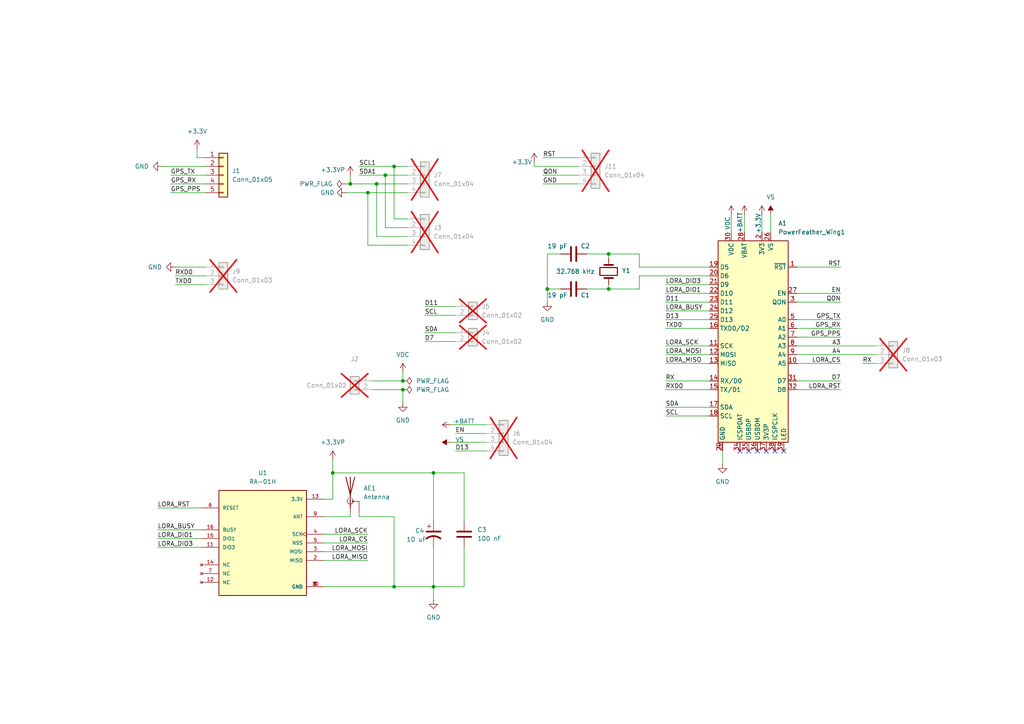
<source format=kicad_sch>
(kicad_sch (version 20231120) (generator "eeschema") (generator_version "8.0")
  (paper "A4")
  (lib_symbols
    (symbol "Connector_Generic:Conn_01x02" (pin_names (offset 1.016) hide)
      (property "Reference" "J" (at 0 2.54 0))
      (property "Value" "Conn_01x02" (at 0 -5.08 0))
      (symbol "Conn_01x02_1_1"
        (rectangle (start -1.27 -2.413) (end 0 -2.667) (stroke (width 0.1524)))
        (rectangle (start -1.27 0.127) (end 0 -0.127) (stroke (width 0.1524)))
        (rectangle (start -1.27 1.27) (end 1.27 -3.81) (stroke (width 0.254)) (fill (type background)))
        (pin passive line (at -5.08 0 0) (length 3.81) (name "Pin_1") (number "1"))
        (pin passive line (at -5.08 -2.54 0) (length 3.81) (name "Pin_2") (number "2"))
      )
    )
    (symbol "Connector_Generic:Conn_01x03" (pin_names (offset 1.016) hide)
      (property "Reference" "J" (at 0 5.08 0))
      (property "Value" "Conn_01x03" (at 0 -5.08 0))
      (symbol "Conn_01x03_1_1"
        (rectangle (start -1.27 -2.413) (end 0 -2.667) (stroke (width 0.1524)))
        (rectangle (start -1.27 0.127) (end 0 -0.127) (stroke (width 0.1524)))
        (rectangle (start -1.27 2.667) (end 0 2.413) (stroke (width 0.1524)))
        (rectangle (start -1.27 3.81) (end 1.27 -3.81) (stroke (width 0.254)) (fill (type background)))
        (pin passive line (at -5.08 2.54 0) (length 3.81) (name "Pin_1") (number "1"))
        (pin passive line (at -5.08 0 0) (length 3.81) (name "Pin_2") (number "2"))
        (pin passive line (at -5.08 -2.54 0) (length 3.81) (name "Pin_3") (number "3"))
      )
    )
    (symbol "Connector_Generic:Conn_01x04" (pin_names (offset 1.016) hide)
      (property "Reference" "J" (at 0 5.08 0))
      (property "Value" "Conn_01x04" (at 0 -7.62 0))
      (symbol "Conn_01x04_1_1"
        (rectangle (start -1.27 -4.953) (end 0 -5.207) (stroke (width 0.1524)))
        (rectangle (start -1.27 -2.413) (end 0 -2.667) (stroke (width 0.1524)))
        (rectangle (start -1.27 0.127) (end 0 -0.127) (stroke (width 0.1524)))
        (rectangle (start -1.27 2.667) (end 0 2.413) (stroke (width 0.1524)))
        (rectangle (start -1.27 3.81) (end 1.27 -6.35) (stroke (width 0.254)) (fill (type background)))
        (pin passive line (at -5.08 2.54 0) (length 3.81) (name "Pin_1") (number "1"))
        (pin passive line (at -5.08 0 0) (length 3.81) (name "Pin_2") (number "2"))
        (pin passive line (at -5.08 -2.54 0) (length 3.81) (name "Pin_3") (number "3"))
        (pin passive line (at -5.08 -5.08 0) (length 3.81) (name "Pin_4") (number "4"))
      )
    )
    (symbol "Connector_Generic:Conn_01x05" (pin_names (offset 1.016) hide)
      (property "Reference" "J" (at 0 7.62 0))
      (property "Value" "Conn_01x05" (at 0 -7.62 0))
      (symbol "Conn_01x05_1_1"
        (rectangle (start -1.27 -4.953) (end 0 -5.207) (stroke (width 0.1524)))
        (rectangle (start -1.27 -2.413) (end 0 -2.667) (stroke (width 0.1524)))
        (rectangle (start -1.27 0.127) (end 0 -0.127) (stroke (width 0.1524)))
        (rectangle (start -1.27 2.667) (end 0 2.413) (stroke (width 0.1524)))
        (rectangle (start -1.27 5.207) (end 0 4.953) (stroke (width 0.1524)))
        (rectangle (start -1.27 6.35) (end 1.27 -6.35) (stroke (width 0.254)) (fill (type background)))
        (pin passive line (at -5.08 5.08 0) (length 3.81) (name "Pin_1") (number "1"))
        (pin passive line (at -5.08 2.54 0) (length 3.81) (name "Pin_2") (number "2"))
        (pin passive line (at -5.08 0 0) (length 3.81) (name "Pin_3") (number "3"))
        (pin passive line (at -5.08 -2.54 0) (length 3.81) (name "Pin_4") (number "4"))
        (pin passive line (at -5.08 -5.08 0) (length 3.81) (name "Pin_5") (number "5"))
      )
    )
    (symbol "Device:Antenna_Shield" (pin_numbers hide) (pin_names (offset 1.016) hide)
      (property "Reference" "AE" (at -1.905 4.445 0))
      (property "Value" "Antenna_Shield" (at -1.905 2.54 0))
      (symbol "Antenna_Shield_0_1"
        (arc (start -0.508 -1.143) (mid -0.8429 -2.1194) (end 0 -2.667))
        (arc (start 0 -2.667) (mid 0.7989 -2.1052) (end 0.508 -1.143))
        (polyline (pts (xy 0 -2.54) (xy 0 0)))
        (polyline (pts (xy 0 5.08) (xy 0 -3.81)) (stroke (width 0.254)))
        (polyline (pts (xy 0.762 -1.905) (xy 2.54 -1.905)))
        (polyline (pts (xy 2.54 -2.54) (xy 2.54 -1.905)))
        (polyline (pts (xy 1.27 5.08) (xy 0 0) (xy -1.27 5.08)) (stroke (width 0.254)))
        (circle (center 0.762 -1.905) (radius 0.1778) (fill (type outline)))
      )
      (symbol "Antenna_Shield_1_1"
        (pin input line (at 0 -5.08 90) (length 2.54) (name "A") (number "1"))
        (pin input line (at 2.54 -5.08 90) (length 2.54) (name "Shield") (number "2"))
      )
    )
    (symbol "Device:C" (pin_numbers hide) (pin_names (offset 0.254))
      (property "Reference" "C" (at 0.635 2.54 0))
      (property "Value" "C" (at 0.635 -2.54 0))
      (symbol "C_0_1"
        (polyline (pts (xy -2.032 -0.762) (xy 2.032 -0.762)) (stroke (width 0.508)))
        (polyline (pts (xy -2.032 0.762) (xy 2.032 0.762)) (stroke (width 0.508)))
      )
      (symbol "C_1_1"
        (pin passive line (at 0 3.81 270) (length 2.794) (name "~") (number "1"))
        (pin passive line (at 0 -3.81 90) (length 2.794) (name "~") (number "2"))
      )
    )
    (symbol "Device:C_Polarized_US" (pin_numbers hide) (pin_names (offset 0.254) hide)
      (property "Reference" "C" (at 0.635 2.54 0))
      (property "Value" "C_Polarized_US" (at 0.635 -2.54 0))
      (symbol "C_Polarized_US_0_1"
        (polyline (pts (xy -2.032 0.762) (xy 2.032 0.762)) (stroke (width 0.508)))
        (polyline (pts (xy -1.778 2.286) (xy -0.762 2.286)))
        (polyline (pts (xy -1.27 1.778) (xy -1.27 2.794)))
        (arc (start 2.032 -1.27) (mid 0 -0.5572) (end -2.032 -1.27) (stroke (width 0.508)))
      )
      (symbol "C_Polarized_US_1_1"
        (pin passive line (at 0 3.81 270) (length 2.794) (name "~") (number "1"))
        (pin passive line (at 0 -3.81 90) (length 3.302) (name "~") (number "2"))
      )
    )
    (symbol "Device:Crystal" (pin_numbers hide) (pin_names (offset 1.016) hide)
      (property "Reference" "Y" (at 0 3.81 0))
      (property "Value" "Crystal" (at 0 -3.81 0))
      (symbol "Crystal_0_1"
        (rectangle (start -1.143 2.54) (end 1.143 -2.54) (stroke (width 0.3048)))
        (polyline (pts (xy -2.54 0) (xy -1.905 0)))
        (polyline (pts (xy -1.905 -1.27) (xy -1.905 1.27)) (stroke (width 0.508)))
        (polyline (pts (xy 1.905 -1.27) (xy 1.905 1.27)) (stroke (width 0.508)))
        (polyline (pts (xy 2.54 0) (xy 1.905 0)))
      )
      (symbol "Crystal_1_1"
        (pin passive line (at -3.81 0 0) (length 1.27) (name "1") (number "1"))
        (pin passive line (at 3.81 0 180) (length 1.27) (name "2") (number "2"))
      )
    )
    (symbol "PowerFeather:PowerFeather_Wing1"
      (property "Reference" "A" (at -10.16 29.21 0))
      (property "Value" "PowerFeather_Wing1" (at -7.62 33.02 0))
      (symbol "PowerFeather_Wing1_0_1"
        (rectangle (start -10.16 27.94) (end 10.16 -30.48) (stroke (width 0.254)) (fill (type background)))
      )
      (symbol "PowerFeather_Wing1_1_1"
        (pin input line (at 12.7 20.32 180) (length 2.54) (name "~{RST}") (number "1"))
        (pin bidirectional line (at 12.7 -7.62 180) (length 2.54) (name "A5") (number "10"))
        (pin bidirectional line (at -12.7 -2.54 0) (length 2.54) (name "SCK") (number "11"))
        (pin bidirectional line (at -12.7 -5.08 0) (length 2.54) (name "MOSI") (number "12"))
        (pin bidirectional line (at -12.7 -7.62 0) (length 2.54) (name "MISO") (number "13"))
        (pin bidirectional line (at -12.7 -12.7 0) (length 2.54) (name "RX/D0") (number "14"))
        (pin bidirectional line (at -12.7 -15.24 0) (length 2.54) (name "TX/D1") (number "15"))
        (pin free line (at -12.7 2.54 0) (length 2.54) (name "TXD0/D2") (number "16"))
        (pin bidirectional line (at -12.7 -20.32 0) (length 2.54) (name "SDA") (number "17"))
        (pin bidirectional line (at -12.7 -22.86 0) (length 2.54) (name "SCL") (number "18"))
        (pin bidirectional line (at -12.7 20.32 0) (length 2.54) (name "D5") (number "19"))
        (pin power_out line (at 2.54 30.48 270) (length 2.54) (name "3V3") (number "2"))
        (pin bidirectional line (at -12.7 17.78 0) (length 2.54) (name "D6") (number "20"))
        (pin bidirectional line (at -12.7 15.24 0) (length 2.54) (name "D9") (number "21"))
        (pin bidirectional line (at -12.7 12.7 0) (length 2.54) (name "D10") (number "22"))
        (pin bidirectional line (at -12.7 10.16 0) (length 2.54) (name "D11") (number "23"))
        (pin bidirectional line (at -12.7 7.62 0) (length 2.54) (name "D12") (number "24"))
        (pin bidirectional line (at -12.7 5.08 0) (length 2.54) (name "D13") (number "25"))
        (pin power_out line (at 5.08 30.48 270) (length 2.54) (name "VS") (number "26"))
        (pin input line (at 12.7 12.7 180) (length 2.54) (name "EN") (number "27"))
        (pin power_out line (at -2.54 30.48 270) (length 2.54) (name "VBAT") (number "28"))
        (pin power_in line (at -8.89 -33.02 90) (length 2.54) (name "GND") (number "29"))
        (pin output line (at 12.7 10.16 180) (length 2.54) (name "QON") (number "3"))
        (pin power_in line (at -6.35 30.48 270) (length 2.54) (name "VDC") (number "30"))
        (pin bidirectional line (at 12.7 -12.7 180) (length 2.54) (name "D7") (number "31"))
        (pin bidirectional line (at 12.7 -15.24 180) (length 2.54) (name "D8") (number "32"))
        (pin bidirectional line (at -3.81 -33.02 90) (length 2.54) (name "ICSPDAT") (number "34"))
        (pin bidirectional line (at -1.27 -33.02 90) (length 2.54) (name "USBDP") (number "35"))
        (pin bidirectional line (at 1.27 -33.02 90) (length 2.54) (name "USBDM") (number "36"))
        (pin power_in line (at 3.81 -33.02 90) (length 2.54) (name "3V3P") (number "37"))
        (pin bidirectional line (at 6.35 -33.02 90) (length 2.54) (name "ICSPCLK") (number "38"))
        (pin bidirectional line (at 8.89 -33.02 90) (length 2.54) (name "LED") (number "39"))
        (pin power_in line (at -8.89 -33.02 90) (length 2.54) (name "GND") (number "4"))
        (pin bidirectional line (at 12.7 5.08 180) (length 2.54) (name "A0") (number "5"))
        (pin bidirectional line (at 12.7 2.54 180) (length 2.54) (name "A1") (number "6"))
        (pin bidirectional line (at 12.7 0 180) (length 2.54) (name "A2") (number "7"))
        (pin bidirectional line (at 12.7 -2.54 180) (length 2.54) (name "A3") (number "8"))
        (pin bidirectional line (at 12.7 -5.08 180) (length 2.54) (name "A4") (number "9"))
      )
    )
    (symbol "PowerFeather_LoRa:Lora126X" (pin_names (offset 1.016))
      (property "Reference" "U" (at -12.7 16.256 0))
      (property "Value" "RA-01H" (at -12.7 -17.78 0))
      (symbol "Lora126X_0_0"
        (rectangle (start -12.7 -15.24) (end 12.7 15.24) (stroke (width 0.254)) (fill (type background)))
      )
      (symbol "Lora126X_1_0"
        (pin power_in line (at 17.78 -12.7 180) (length 5.08) (name "GND") (number "1"))
        (pin power_in line (at 17.78 -12.7 180) (length 5.08) (name "GND") (number "10"))
        (pin bidirectional line (at -17.78 -1.27 0) (length 5.08) (name "DIO3") (number "11"))
        (pin no_connect line (at -17.78 -11.43 0) (length 5.08) (name "NC") (number "12"))
        (pin power_in line (at 17.78 12.7 180) (length 5.08) (name "3.3V") (number "13"))
        (pin no_connect line (at -17.78 -6.35 0) (length 5.08) (name "NC") (number "14"))
        (pin bidirectional line (at -17.78 1.27 0) (length 5.08) (name "DIO1") (number "15"))
        (pin bidirectional line (at -17.78 3.81 0) (length 5.08) (name "BUSY") (number "16"))
        (pin output line (at 17.78 -5.08 180) (length 5.08) (name "MISO") (number "2"))
        (pin input line (at 17.78 -2.54 180) (length 5.08) (name "MOSI") (number "3"))
        (pin input clock (at 17.78 2.54 180) (length 5.08) (name "SCK") (number "4"))
        (pin input line (at 17.78 0 180) (length 5.08) (name "NSS") (number "5"))
        (pin input line (at -17.78 10.16 0) (length 5.08) (name "RESET") (number "6"))
        (pin no_connect line (at -17.78 -8.89 0) (length 5.08) (name "NC") (number "7"))
        (pin power_in line (at 17.78 -12.7 180) (length 5.08) (name "GND") (number "8"))
        (pin bidirectional line (at 17.78 7.62 180) (length 5.08) (name "ANT") (number "9"))
      )
    )
    (symbol "power:+3.3V" (power) (pin_numbers hide) (pin_names (offset 0) hide)
      (property "Value" "+3.3V" (at 0 3.556 0))
      (symbol "+3.3V_0_1"
        (polyline (pts (xy -0.762 1.27) (xy 0 2.54)))
        (polyline (pts (xy 0 0) (xy 0 2.54)))
        (polyline (pts (xy 0 2.54) (xy 0.762 1.27)))
      )
      (symbol "+3.3V_1_1"
        (pin power_in line (at 0 0 90) (length 0) (name "~") (number "1"))
      )
    )
    (symbol "power:+3.3VP" (power) (pin_numbers hide) (pin_names (offset 0) hide)
      (property "Value" "+3.3VP" (at 0 3.556 0))
      (symbol "+3.3VP_0_0"
        (pin power_in line (at 0 0 90) (length 0) (name "~") (number "1"))
      )
      (symbol "+3.3VP_0_1"
        (polyline (pts (xy -0.762 1.27) (xy 0 2.54)))
        (polyline (pts (xy 0 0) (xy 0 2.54)))
        (polyline (pts (xy 0 2.54) (xy 0.762 1.27)))
      )
    )
    (symbol "power:+BATT" (power) (pin_numbers hide) (pin_names (offset 0) hide)
      (property "Value" "+BATT" (at 0 3.556 0))
      (symbol "+BATT_0_1"
        (polyline (pts (xy -0.762 1.27) (xy 0 2.54)))
        (polyline (pts (xy 0 0) (xy 0 2.54)))
        (polyline (pts (xy 0 2.54) (xy 0.762 1.27)))
      )
      (symbol "+BATT_1_1"
        (pin power_in line (at 0 0 90) (length 0) (name "~") (number "1"))
      )
    )
    (symbol "power:GND" (power) (pin_numbers hide) (pin_names (offset 0) hide)
      (property "Value" "GND" (at 0 -3.81 0))
      (symbol "GND_0_1"
        (polyline (pts (xy 0 0) (xy 0 -1.27) (xy 1.27 -1.27) (xy 0 -2.54) (xy -1.27 -1.27) (xy 0 -1.27)))
      )
      (symbol "GND_1_1"
        (pin power_in line (at 0 0 270) (length 0) (name "~") (number "1"))
      )
    )
    (symbol "power:PWR_FLAG" (power) (pin_numbers hide) (pin_names (offset 0) hide)
      (property "Value" "PWR_FLAG" (at 0 3.81 0))
      (symbol "PWR_FLAG_0_0"
        (pin power_out line (at 0 0 90) (length 0) (name "~") (number "1"))
      )
      (symbol "PWR_FLAG_0_1"
        (polyline (pts (xy 0 0) (xy 0 1.27) (xy -1.016 1.905) (xy 0 2.54) (xy 1.016 1.905) (xy 0 1.27)))
      )
    )
    (symbol "power:VDC" (power) (pin_numbers hide) (pin_names (offset 0) hide)
      (property "Value" "VDC" (at 0 3.556 0))
      (symbol "VDC_0_1"
        (polyline (pts (xy -0.762 1.27) (xy 0 2.54)))
        (polyline (pts (xy 0 0) (xy 0 2.54)))
        (polyline (pts (xy 0 2.54) (xy 0.762 1.27)))
      )
      (symbol "VDC_1_1"
        (pin power_in line (at 0 0 90) (length 0) (name "~") (number "1"))
      )
    )
    (symbol "power:VS" (power) (pin_numbers hide) (pin_names (offset 0) hide)
      (property "Value" "VS" (at 0 3.556 0))
      (symbol "VS_0_1"
        (polyline (pts (xy 0 0) (xy 0 2.54)))
        (polyline (pts (xy 0.762 1.27) (xy -0.762 1.27) (xy 0 2.54) (xy 0.762 1.27)) (fill (type outline)))
      )
      (symbol "VS_1_1"
        (pin power_in line (at 0 0 90) (length 0) (name "~") (number "1"))
      )
    )
  )
  (junction (at 176.53 83.82))
  (junction (at 116.84 113.03))
  (junction (at 106.68 55.88))
  (junction (at 114.3 48.26))
  (junction (at 116.84 110.49))
  (junction (at 109.22 53.34))
  (junction (at 96.52 137.16))
  (junction (at 158.75 83.82))
  (junction (at 114.3 170.18))
  (junction (at 125.73 170.18))
  (junction (at 111.76 50.8))
  (junction (at 101.6 53.34))
  (junction (at 125.73 137.16))
  (junction (at 176.53 73.66))
  (no_connect (at 224.79 130.81))
  (no_connect (at 214.63 130.81))
  (no_connect (at 219.71 130.81))
  (no_connect (at 217.17 130.81))
  (no_connect (at 227.33 130.81))
  (no_connect (at 222.25 130.81))
  (wire (pts (xy 106.68 160.02) (xy 93.98 160.02)))
  (wire (pts (xy 132.08 130.81) (xy 140.97 130.81)))
  (wire (pts (xy 176.53 73.66) (xy 170.18 73.66)))
  (wire (pts (xy 106.68 55.88) (xy 118.11 55.88)))
  (wire (pts (xy 176.53 83.82) (xy 185.42 83.82)))
  (wire (pts (xy 158.75 83.82) (xy 158.75 73.66)))
  (wire (pts (xy 104.14 149.86) (xy 114.3 149.86)))
  (wire (pts (xy 162.56 83.82) (xy 158.75 83.82)))
  (wire (pts (xy 123.19 88.9) (xy 132.08 88.9)))
  (wire (pts (xy 93.98 149.86) (xy 101.6 149.86)))
  (wire (pts (xy 185.42 73.66) (xy 185.42 77.47)))
  (wire (pts (xy 59.69 45.72) (xy 57.15 45.72)))
  (wire (pts (xy 116.84 113.03) (xy 107.95 113.03)))
  (wire (pts (xy 176.53 74.93) (xy 176.53 73.66)))
  (wire (pts (xy 158.75 73.66) (xy 162.56 73.66)))
  (wire (pts (xy 215.9 62.23) (xy 215.9 67.31)))
  (wire (pts (xy 193.04 95.25) (xy 205.74 95.25)))
  (wire (pts (xy 123.19 96.52) (xy 132.08 96.52)))
  (wire (pts (xy 104.14 148.59) (xy 104.14 149.86)))
  (wire (pts (xy 243.84 77.47) (xy 231.14 77.47)))
  (wire (pts (xy 123.19 99.06) (xy 132.08 99.06)))
  (wire (pts (xy 193.04 100.33) (xy 205.74 100.33)))
  (wire (pts (xy 193.04 92.71) (xy 205.74 92.71)))
  (wire (pts (xy 106.68 55.88) (xy 106.68 71.12)))
  (wire (pts (xy 116.84 113.03) (xy 116.84 116.84)))
  (wire (pts (xy 185.42 77.47) (xy 205.74 77.47)))
  (wire (pts (xy 157.48 53.34) (xy 167.64 53.34)))
  (wire (pts (xy 49.53 53.34) (xy 59.69 53.34)))
  (wire (pts (xy 158.75 83.82) (xy 158.75 87.63)))
  (wire (pts (xy 109.22 53.34) (xy 118.11 53.34)))
  (wire (pts (xy 193.04 82.55) (xy 205.74 82.55)))
  (wire (pts (xy 125.73 137.16) (xy 125.73 151.13)))
  (wire (pts (xy 96.52 133.35) (xy 96.52 137.16)))
  (wire (pts (xy 212.09 62.23) (xy 212.09 67.31)))
  (wire (pts (xy 50.8 80.01) (xy 59.69 80.01)))
  (wire (pts (xy 125.73 170.18) (xy 125.73 173.99)))
  (wire (pts (xy 193.04 113.03) (xy 205.74 113.03)))
  (wire (pts (xy 193.04 87.63) (xy 205.74 87.63)))
  (wire (pts (xy 49.53 55.88) (xy 59.69 55.88)))
  (wire (pts (xy 134.62 170.18) (xy 125.73 170.18)))
  (wire (pts (xy 193.04 85.09) (xy 205.74 85.09)))
  (wire (pts (xy 193.04 102.87) (xy 205.74 102.87)))
  (wire (pts (xy 243.84 113.03) (xy 231.14 113.03)))
  (wire (pts (xy 243.84 97.79) (xy 231.14 97.79)))
  (wire (pts (xy 154.94 48.26) (xy 154.94 46.99)))
  (wire (pts (xy 111.76 50.8) (xy 111.76 66.04)))
  (wire (pts (xy 116.84 110.49) (xy 107.95 110.49)))
  (wire (pts (xy 93.98 144.78) (xy 96.52 144.78)))
  (wire (pts (xy 223.52 62.23) (xy 223.52 67.31)))
  (wire (pts (xy 101.6 50.8) (xy 101.6 53.34)))
  (wire (pts (xy 45.72 147.32) (xy 58.42 147.32)))
  (wire (pts (xy 100.33 55.88) (xy 106.68 55.88)))
  (wire (pts (xy 243.84 87.63) (xy 231.14 87.63)))
  (wire (pts (xy 45.72 156.21) (xy 58.42 156.21)))
  (wire (pts (xy 57.15 43.18) (xy 57.15 45.72)))
  (wire (pts (xy 130.81 128.27) (xy 140.97 128.27)))
  (wire (pts (xy 93.98 170.18) (xy 114.3 170.18)))
  (wire (pts (xy 193.04 118.11) (xy 205.74 118.11)))
  (wire (pts (xy 185.42 80.01) (xy 185.42 83.82)))
  (wire (pts (xy 243.84 85.09) (xy 231.14 85.09)))
  (wire (pts (xy 114.3 48.26) (xy 114.3 63.5)))
  (wire (pts (xy 123.19 91.44) (xy 132.08 91.44)))
  (wire (pts (xy 154.94 48.26) (xy 167.64 48.26)))
  (wire (pts (xy 118.11 63.5) (xy 114.3 63.5)))
  (wire (pts (xy 193.04 105.41) (xy 205.74 105.41)))
  (wire (pts (xy 116.84 107.95) (xy 116.84 110.49)))
  (wire (pts (xy 45.72 153.67) (xy 58.42 153.67)))
  (wire (pts (xy 157.48 50.8) (xy 167.64 50.8)))
  (wire (pts (xy 118.11 66.04) (xy 111.76 66.04)))
  (wire (pts (xy 50.8 82.55) (xy 59.69 82.55)))
  (wire (pts (xy 220.98 62.23) (xy 220.98 67.31)))
  (wire (pts (xy 243.84 92.71) (xy 231.14 92.71)))
  (wire (pts (xy 106.68 162.56) (xy 93.98 162.56)))
  (wire (pts (xy 106.68 154.94) (xy 93.98 154.94)))
  (wire (pts (xy 100.33 53.34) (xy 101.6 53.34)))
  (wire (pts (xy 176.53 83.82) (xy 170.18 83.82)))
  (wire (pts (xy 106.68 157.48) (xy 93.98 157.48)))
  (wire (pts (xy 134.62 137.16) (xy 125.73 137.16)))
  (wire (pts (xy 118.11 71.12) (xy 106.68 71.12)))
  (wire (pts (xy 104.14 50.8) (xy 111.76 50.8)))
  (wire (pts (xy 157.48 45.72) (xy 167.64 45.72)))
  (wire (pts (xy 193.04 110.49) (xy 205.74 110.49)))
  (wire (pts (xy 104.14 48.26) (xy 114.3 48.26)))
  (wire (pts (xy 111.76 50.8) (xy 118.11 50.8)))
  (wire (pts (xy 118.11 68.58) (xy 109.22 68.58)))
  (wire (pts (xy 243.84 105.41) (xy 231.14 105.41)))
  (wire (pts (xy 114.3 48.26) (xy 118.11 48.26)))
  (wire (pts (xy 250.19 105.41) (xy 254 105.41)))
  (wire (pts (xy 109.22 53.34) (xy 109.22 68.58)))
  (wire (pts (xy 231.14 100.33) (xy 254 100.33)))
  (wire (pts (xy 134.62 151.13) (xy 134.62 137.16)))
  (wire (pts (xy 193.04 90.17) (xy 205.74 90.17)))
  (wire (pts (xy 50.8 77.47) (xy 59.69 77.47)))
  (wire (pts (xy 130.81 123.19) (xy 140.97 123.19)))
  (wire (pts (xy 243.84 110.49) (xy 231.14 110.49)))
  (wire (pts (xy 209.55 130.81) (xy 209.55 134.62)))
  (wire (pts (xy 134.62 158.75) (xy 134.62 170.18)))
  (wire (pts (xy 231.14 95.25) (xy 243.84 95.25)))
  (wire (pts (xy 132.08 125.73) (xy 140.97 125.73)))
  (wire (pts (xy 101.6 53.34) (xy 109.22 53.34)))
  (wire (pts (xy 193.04 120.65) (xy 205.74 120.65)))
  (wire (pts (xy 96.52 137.16) (xy 125.73 137.16)))
  (wire (pts (xy 114.3 149.86) (xy 114.3 170.18)))
  (wire (pts (xy 49.53 50.8) (xy 59.69 50.8)))
  (wire (pts (xy 205.74 80.01) (xy 185.42 80.01)))
  (wire (pts (xy 45.72 158.75) (xy 58.42 158.75)))
  (wire (pts (xy 176.53 73.66) (xy 185.42 73.66)))
  (wire (pts (xy 114.3 170.18) (xy 125.73 170.18)))
  (wire (pts (xy 46.99 48.26) (xy 59.69 48.26)))
  (wire (pts (xy 231.14 102.87) (xy 254 102.87)))
  (wire (pts (xy 176.53 82.55) (xy 176.53 83.82)))
  (wire (pts (xy 101.6 148.59) (xy 101.6 149.86)))
  (wire (pts (xy 125.73 158.75) (xy 125.73 170.18)))
  (wire (pts (xy 96.52 137.16) (xy 96.52 144.78)))
  (label "QON" (at 157.48 50.8 0))
  (label "RX" (at 193.04 110.49 0))
  (label "LORA_DIO1" (at 193.04 85.09 0))
  (label "LORA_SCK" (at 193.04 100.33 0))
  (label "GPS_TX" (at 243.84 92.71 180))
  (label "GPS_PPS" (at 49.53 55.88 0))
  (label "D13" (at 193.04 92.71 0))
  (label "GPS_RX" (at 49.53 53.34 0))
  (label "LORA_CS" (at 106.68 157.48 180))
  (label "SDA" (at 193.04 118.11 0))
  (label "LORA_RST" (at 45.72 147.32 0))
  (label "D7" (at 243.84 110.49 180))
  (label "GND" (at 157.48 53.34 0))
  (label "EN" (at 132.08 125.73 0))
  (label "TXD0" (at 193.04 95.25 0))
  (label "D11" (at 193.04 87.63 0))
  (label "SDA" (at 123.19 96.52 0))
  (label "D13" (at 132.08 130.81 0))
  (label "RXD0" (at 193.04 113.03 0))
  (label "GPS_RX" (at 243.84 95.25 180))
  (label "LORA_MOSI" (at 193.04 102.87 0))
  (label "A4" (at 243.84 102.87 180))
  (label "LORA_BUSY" (at 45.72 153.67 0))
  (label "LORA_SCK" (at 106.68 154.94 180))
  (label "SCL" (at 193.04 120.65 0))
  (label "GPS_TX" (at 49.53 50.8 0))
  (label "A3" (at 243.84 100.33 180))
  (label "LORA_MOSI" (at 106.68 160.02 180))
  (label "D7" (at 123.19 99.06 0))
  (label "LORA_DIO1" (at 45.72 156.21 0))
  (label "GPS_PPS" (at 243.84 97.79 180))
  (label "TXD0" (at 50.8 82.55 0))
  (label "D11" (at 123.19 88.9 0))
  (label "SDA1" (at 104.14 50.8 0))
  (label "LORA_DIO3" (at 45.72 158.75 0))
  (label "RST" (at 243.84 77.47 180))
  (label "RXD0" (at 50.8 80.01 0))
  (label "SCL" (at 123.19 91.44 0))
  (label "LORA_MISO" (at 193.04 105.41 0))
  (label "LORA_RST" (at 243.84 113.03 180))
  (label "EN" (at 243.84 85.09 180))
  (label "QON" (at 243.84 87.63 180))
  (label "SCL1" (at 104.14 48.26 0))
  (label "RST" (at 157.48 45.72 0))
  (label "LORA_MISO" (at 106.68 162.56 180))
  (label "LORA_CS" (at 243.84 105.41 180))
  (label "LORA_BUSY" (at 193.04 90.17 0))
  (label "RX" (at 250.19 105.41 0))
  (label "LORA_DIO3" (at 193.04 82.55 0))
  (symbol (lib_id "power:+BATT") (at 215.9 62.23 0) (unit 1)
    (property "Reference" "#PWR06" (effects (hide yes)))
    (property "Value" "+BATT" (at 214.63 64.516 90))
    (property "Description" "Power symbol creates a global label with name \"+BATT\"" (effects (hide yes)))
  )
  (symbol (lib_id "Connector_Generic:Conn_01x04") (at 146.05 125.73 0) (unit 1) (dnp yes)
    (property "Reference" "J6" (at 148.59 125.7299 0) (effects (justify left)))
    (property "Value" "Conn_01x04" (at 148.59 128.2699 0) (effects (justify left)))
    (property "Footprint" "Connector_PinHeader_2.54mm:PinHeader_1x04_P2.54mm_Vertical" (effects (hide yes)))
    (property "Description" "Generic connector, single row, 01x04, script generated (kicad-library-utils/schlib/autogen/connector/)" (effects (hide yes)))
  )
  (symbol (lib_id "power:VS") (at 223.52 62.23 0) (unit 1)
    (property "Reference" "#PWR022" (effects (hide yes)))
    (property "Value" "VS" (at 223.52 57.15 0))
    (property "Description" "Power symbol creates a global label with name \"VS\"" (effects (hide yes)))
  )
  (symbol (lib_id "power:GND") (at 158.75 87.63 0) (mirror y) (unit 1)
    (property "Reference" "#PWR02" (effects (hide yes)))
    (property "Value" "GND" (at 158.75 92.71 0))
    (property "Description" "Power symbol creates a global label with name \"GND\" , ground" (effects (hide yes)))
  )
  (symbol (lib_id "power:GND") (at 50.8 77.47 270) (mirror x) (unit 1)
    (property "Reference" "#PWR018" (effects (hide yes)))
    (property "Value" "GND" (at 46.99 77.4701 90) (effects (justify right)))
    (property "Description" "Power symbol creates a global label with name \"GND\" , ground" (effects (hide yes)))
  )
  (symbol (lib_id "power:GND") (at 46.99 48.26 270) (unit 1)
    (property "Reference" "#PWR08" (effects (hide yes)))
    (property "Value" "GND" (at 43.18 48.2599 90) (effects (justify right)))
    (property "Description" "Power symbol creates a global label with name \"GND\" , ground" (effects (hide yes)))
  )
  (symbol (lib_id "Device:C") (at 166.37 73.66 270) (mirror x) (unit 1)
    (property "Reference" "C2" (at 168.402 71.374 90) (effects (justify left)))
    (property "Value" "19 pF" (at 158.75 71.374 90) (effects (justify left)))
    (property "Footprint" "Capacitor_THT:C_Disc_D4.3mm_W1.9mm_P5.00mm" (effects (hide yes)))
    (property "Description" "Unpolarized capacitor" (effects (hide yes)))
  )
  (symbol (lib_id "Connector_Generic:Conn_01x04") (at 123.19 50.8 0) (unit 1) (dnp yes)
    (property "Reference" "J7" (at 125.73 50.7999 0) (effects (justify left)))
    (property "Value" "Conn_01x04" (at 125.73 53.3399 0) (effects (justify left)))
    (property "Footprint" "Connector_PinHeader_1.27mm:PinHeader_1x04_P1.27mm_Vertical" (effects (hide yes)))
    (property "Description" "Generic connector, single row, 01x04, script generated (kicad-library-utils/schlib/autogen/connector/)" (effects (hide yes)))
  )
  (symbol (lib_id "Device:C") (at 166.37 83.82 270) (mirror x) (unit 1)
    (property "Reference" "C1" (at 168.402 85.598 90) (effects (justify left)))
    (property "Value" "19 pF" (at 158.75 85.598 90) (effects (justify left)))
    (property "Footprint" "Capacitor_THT:C_Disc_D4.3mm_W1.9mm_P5.00mm" (effects (hide yes)))
    (property "Description" "Unpolarized capacitor" (effects (hide yes)))
  )
  (symbol (lib_id "power:VDC") (at 212.09 62.23 0) (unit 1)
    (property "Reference" "#PWR05" (effects (hide yes)))
    (property "Value" "VDC" (at 211.074 64.77 90))
    (property "Description" "Power symbol creates a global label with name \"VDC\"" (effects (hide yes)))
  )
  (symbol (lib_id "power:VDC") (at 116.84 107.95 0) (unit 1)
    (property "Reference" "#PWR010" (effects (hide yes)))
    (property "Value" "VDC" (at 116.84 102.87 0))
    (property "Description" "Power symbol creates a global label with name \"VDC\"" (effects (hide yes)))
  )
  (symbol (lib_id "power:GND") (at 125.73 173.99 0) (unit 1)
    (property "Reference" "#PWR01" (effects (hide yes)))
    (property "Value" "GND" (at 125.73 179.07 0))
    (property "Description" "Power symbol creates a global label with name \"GND\" , ground" (effects (hide yes)))
  )
  (symbol (lib_id "power:+3.3V") (at 220.98 62.23 0) (unit 1)
    (property "Reference" "#PWR07" (effects (hide yes)))
    (property "Value" "+3.3V" (at 219.964 64.77 90))
    (property "Description" "Power symbol creates a global label with name \"+3.3V\"" (effects (hide yes)))
  )
  (symbol (lib_id "power:+BATT") (at 130.81 123.19 90) (unit 1)
    (property "Reference" "#PWR015" (effects (hide yes)))
    (property "Value" "+BATT" (at 134.62 122.174 90))
    (property "Description" "Power symbol creates a global label with name \"+BATT\"" (effects (hide yes)))
  )
  (symbol (lib_id "power:+3.3VP") (at 96.52 133.35 0) (unit 1)
    (property "Reference" "#PWR016" (effects (hide yes)))
    (property "Value" "+3.3VP" (at 96.52 128.27 0))
    (property "Description" "Power symbol creates a global label with name \"+3.3VP\"" (effects (hide yes)))
  )
  (symbol (lib_id "power:+3.3VP") (at 101.6 50.8 0) (unit 1)
    (property "Reference" "#PWR03" (effects (hide yes)))
    (property "Value" "+3.3VP" (at 96.52 49.276 0))
    (property "Description" "Power symbol creates a global label with name \"+3.3VP\"" (effects (hide yes)))
  )
  (symbol (lib_id "power:VS") (at 130.81 128.27 90) (unit 1)
    (property "Reference" "#PWR019" (effects (hide yes)))
    (property "Value" "VS" (at 133.35 127.508 90))
    (property "Description" "Power symbol creates a global label with name \"VS\"" (effects (hide yes)))
  )
  (symbol (lib_id "Device:C_Polarized_US") (at 125.73 154.94 0) (unit 1)
    (property "Reference" "C4" (at 120.396 153.924 0) (effects (justify left)))
    (property "Value" "10 uF" (at 117.856 156.464 0) (effects (justify left)))
    (property "Footprint" "Capacitor_THT:C_Radial_D4.0mm_H5.0mm_P1.50mm" (effects (hide yes)))
    (property "Description" "Polarized capacitor, US symbol" (effects (hide yes)))
  )
  (symbol (lib_id "power:+3.3V") (at 154.94 46.99 0) (unit 1)
    (property "Reference" "#PWR014" (effects (hide yes)))
    (property "Value" "+3.3V" (at 151.384 46.99 0))
    (property "Description" "Power symbol creates a global label with name \"+3.3V\"" (effects (hide yes)))
  )
  (symbol (lib_id "power:GND") (at 209.55 134.62 0) (unit 1)
    (property "Reference" "#PWR04" (effects (hide yes)))
    (property "Value" "GND" (at 209.55 139.7 0))
    (property "Description" "Power symbol creates a global label with name \"GND\" , ground" (effects (hide yes)))
  )
  (symbol (lib_id "Connector_Generic:Conn_01x02") (at 102.87 110.49 0) (mirror y) (unit 1) (dnp yes)
    (property "Reference" "J2" (at 102.87 104.14 0))
    (property "Value" "Conn_01x02" (at 94.742 111.76 0))
    (property "Footprint" "TerminalBlock_TE-Connectivity:TerminalBlock_TE_282834-2_1x02_P2.54mm_Horizontal" (effects (hide yes)))
    (property "Description" "Generic connector, single row, 01x02, script generated (kicad-library-utils/schlib/autogen/connector/)" (effects (hide yes)))
  )
  (symbol (lib_id "Device:Crystal") (at 176.53 78.74 270) (mirror x) (unit 1)
    (property "Reference" "Y1" (at 181.61 78.486 90))
    (property "Value" "32.768 kHz" (at 166.878 78.74 90))
    (property "Footprint" "Crystal:Crystal_C38-LF_D3.0mm_L8.0mm_Horizontal" (effects (hide yes)))
    (property "Description" "Two pin crystal" (effects (hide yes)))
  )
  (symbol (lib_id "Connector_Generic:Conn_01x04") (at 123.19 66.04 0) (unit 1) (dnp yes)
    (property "Reference" "J3" (at 125.73 66.0399 0) (effects (justify left)))
    (property "Value" "Conn_01x04" (at 125.73 68.5799 0) (effects (justify left)))
    (property "Footprint" "Connector_PinHeader_2.54mm:PinHeader_1x04_P2.54mm_Vertical" (effects (hide yes)))
    (property "Description" "Generic connector, single row, 01x04, script generated (kicad-library-utils/schlib/autogen/connector/)" (effects (hide yes)))
  )
  (symbol (lib_id "Connector_Generic:Conn_01x02") (at 137.16 96.52 0) (unit 1) (dnp yes)
    (property "Reference" "J4" (at 139.7 96.5199 0) (effects (justify left)))
    (property "Value" "Conn_01x02" (at 139.7 99.0599 0) (effects (justify left)))
    (property "Footprint" "Connector_PinHeader_2.54mm:PinHeader_1x02_P2.54mm_Vertical" (effects (hide yes)))
    (property "Description" "Generic connector, single row, 01x02, script generated (kicad-library-utils/schlib/autogen/connector/)" (effects (hide yes)))
  )
  (symbol (lib_id "Connector_Generic:Conn_01x05") (at 64.77 50.8 0) (unit 1)
    (property "Reference" "J1" (at 67.31 49.5299 0) (effects (justify left)))
    (property "Value" "Conn_01x05" (at 67.31 52.0699 0) (effects (justify left)))
    (property "Footprint" "Connector_PinHeader_2.54mm:PinHeader_1x05_P2.54mm_Vertical" (effects (hide yes)))
    (property "Description" "Generic connector, single row, 01x05, script generated (kicad-library-utils/schlib/autogen/connector/)" (effects (hide yes)))
  )
  (symbol (lib_id "Connector_Generic:Conn_01x04") (at 172.72 48.26 0) (unit 1) (dnp yes)
    (property "Reference" "J11" (at 175.26 48.2599 0) (effects (justify left)))
    (property "Value" "Conn_01x04" (at 175.26 50.7999 0) (effects (justify left)))
    (property "Footprint" "Connector_PinHeader_2.54mm:PinHeader_1x04_P2.54mm_Vertical" (effects (hide yes)))
    (property "Description" "Generic connector, single row, 01x04, script generated (kicad-library-utils/schlib/autogen/connector/)" (effects (hide yes)))
  )
  (symbol (lib_id "Connector_Generic:Conn_01x03") (at 64.77 80.01 0) (unit 1) (dnp yes)
    (property "Reference" "J9" (at 67.31 78.7399 0) (effects (justify left)))
    (property "Value" "Conn_01x03" (at 67.31 81.2799 0) (effects (justify left)))
    (property "Footprint" "Connector_PinHeader_2.54mm:PinHeader_1x03_P2.54mm_Vertical" (effects (hide yes)))
    (property "Description" "Generic connector, single row, 01x03, script generated (kicad-library-utils/schlib/autogen/connector/)" (effects (hide yes)))
  )
  (symbol (lib_id "Connector_Generic:Conn_01x03") (at 259.08 102.87 0) (unit 1) (dnp yes)
    (property "Reference" "J8" (at 261.62 101.5999 0) (effects (justify left)))
    (property "Value" "Conn_01x03" (at 261.62 104.1399 0) (effects (justify left)))
    (property "Footprint" "Connector_PinHeader_2.54mm:PinHeader_1x03_P2.54mm_Vertical" (effects (hide yes)))
    (property "Description" "Generic connector, single row, 01x03, script generated (kicad-library-utils/schlib/autogen/connector/)" (effects (hide yes)))
  )
  (symbol (lib_id "power:PWR_FLAG") (at 116.84 110.49 270) (unit 1)
    (property "Reference" "#FLG03" (effects (hide yes)))
    (property "Value" "PWR_FLAG" (at 120.65 110.4899 90) (effects (justify left)))
    (property "Description" "Special symbol for telling ERC where power comes from" (effects (hide yes)))
  )
  (symbol (lib_id "PowerFeather:PowerFeather_Wing1") (at 218.44 97.79 0) (unit 1)
    (property "Reference" "A1" (at 225.7141 64.77 0) (effects (justify left)))
    (property "Value" "PowerFeather_Wing1" (at 225.7141 67.31 0) (effects (justify left)))
    (property "Footprint" "PowerFeather:PowerFeather_Wing1" (effects (hide yes)))
  )
  (symbol (lib_id "power:+3.3V") (at 57.15 43.18 0) (unit 1)
    (property "Reference" "#PWR09" (effects (hide yes)))
    (property "Value" "+3.3V" (at 57.15 38.1 0))
    (property "Description" "Power symbol creates a global label with name \"+3.3V\"" (effects (hide yes)))
  )
  (symbol (lib_id "power:GND") (at 100.33 55.88 270) (unit 1)
    (property "Reference" "#PWR017" (effects (hide yes)))
    (property "Value" "GND" (at 97.028 55.88 90) (effects (justify right)))
    (property "Description" "Power symbol creates a global label with name \"GND\" , ground" (effects (hide yes)))
  )
  (symbol (lib_id "power:GND") (at 116.84 116.84 0) (unit 1)
    (property "Reference" "#PWR011" (effects (hide yes)))
    (property "Value" "GND" (at 116.84 121.92 0))
    (property "Description" "Power symbol creates a global label with name \"GND\" , ground" (effects (hide yes)))
  )
  (symbol (lib_id "Device:C") (at 134.62 154.94 0) (unit 1)
    (property "Reference" "C3" (at 138.43 153.6699 0) (effects (justify left)))
    (property "Value" "100 nF" (at 138.43 156.2099 0) (effects (justify left)))
    (property "Footprint" "Capacitor_THT:C_Disc_D4.3mm_W1.9mm_P5.00mm" (effects (hide yes)))
    (property "Description" "Unpolarized capacitor" (effects (hide yes)))
  )
  (symbol (lib_id "Device:Antenna_Shield") (at 101.6 143.51 0) (unit 1)
    (property "Reference" "AE1" (at 105.41 141.6049 0) (effects (justify left)))
    (property "Value" "Antenna" (at 105.41 144.1449 0) (effects (justify left)))
    (property "Footprint" "PowerFeather_LoRa:SMA_Edge" (effects (hide yes)))
    (property "Description" "Antenna with extra pin for shielding" (effects (hide yes)))
  )
  (symbol (lib_id "PowerFeather_LoRa:Lora126X") (at 76.2 157.48 0) (unit 1)
    (property "Reference" "U1" (at 76.2 137.16 0))
    (property "Value" "RA-01H" (at 76.2 139.7 0))
    (property "Footprint" "PowerFeather_LoRa:Lora126x" (effects (hide yes)))
    (property "MF" "AI-Thinker" (effects (hide yes)))
    (property "MAXIMUM_PACKAGE_HEIGHT" "3.4mm" (effects (hide yes)))
    (property "Package" "Package" (effects (hide yes)))
    (property "Price" "None" (effects (hide yes)))
    (property "Check_prices" "https://www.snapeda.com/parts/RA-01H/AI-Thinker/view-part/?ref=eda" (effects (hide yes)))
    (property "STANDARD" "Manufacturer Recommendations" (effects (hide yes)))
    (property "PARTREV" "V1.0" (effects (hide yes)))
    (property "SnapEDA_Link" "https://www.snapeda.com/parts/RA-01H/AI-Thinker/view-part/?ref=snap" (effects (hide yes)))
    (property "MP" "RA-01H" (effects (hide yes)))
    (property "Description_1" "\nGeneral ISM < 1GHz LoRa™ Transceiver Module 803MHz ~ 930MHz Antenna Not Included Surface Mount\n" (effects (hide yes)))
    (property "Availability" "In Stock" (effects (hide yes)))
    (property "MANUFACTURER" "AI-Thinker" (effects (hide yes)))
  )
  (symbol (lib_id "power:PWR_FLAG") (at 100.33 53.34 90) (unit 1)
    (property "Reference" "#FLG02" (effects (hide yes)))
    (property "Value" "PWR_FLAG" (at 96.52 53.3399 90) (effects (justify left)))
    (property "Description" "Special symbol for telling ERC where power comes from" (effects (hide yes)))
  )
  (symbol (lib_id "Connector_Generic:Conn_01x02") (at 137.16 88.9 0) (unit 1) (dnp yes)
    (property "Reference" "J5" (at 139.7 88.8999 0) (effects (justify left)))
    (property "Value" "Conn_01x02" (at 139.7 91.4399 0) (effects (justify left)))
    (property "Footprint" "Connector_PinHeader_2.54mm:PinHeader_1x02_P2.54mm_Vertical" (effects (hide yes)))
    (property "Description" "Generic connector, single row, 01x02, script generated (kicad-library-utils/schlib/autogen/connector/)" (effects (hide yes)))
  )
  (symbol (lib_id "power:PWR_FLAG") (at 116.84 113.03 270) (unit 1)
    (property "Reference" "#FLG01" (effects (hide yes)))
    (property "Value" "PWR_FLAG" (at 120.65 113.0299 90) (effects (justify left)))
    (property "Description" "Special symbol for telling ERC where power comes from" (effects (hide yes)))
  )
)
</source>
